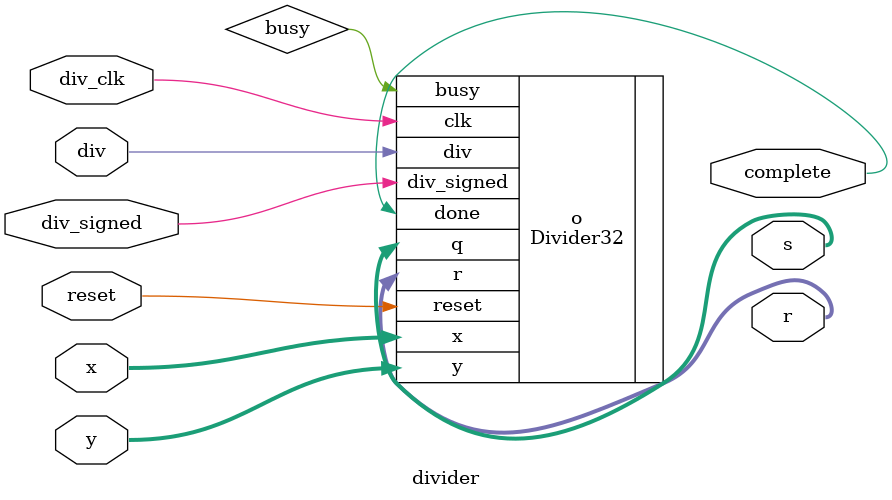
<source format=v>
module divider(
        input div_clk,
        input reset,
        input div,
        input div_signed,
        input [31:0] x, y,
        output [31:0] s, r,
        output  complete
    );

    wire busy;

    Divider32 o(
                  .clk(div_clk),
                  .reset(reset),
                  .div(div),
                  .div_signed(div_signed),
                  .x(x),
                  .y(y),
                  .q(s),
                  .r(r),
                  .busy(busy),
                  .done(complete)
              );


endmodule

</source>
